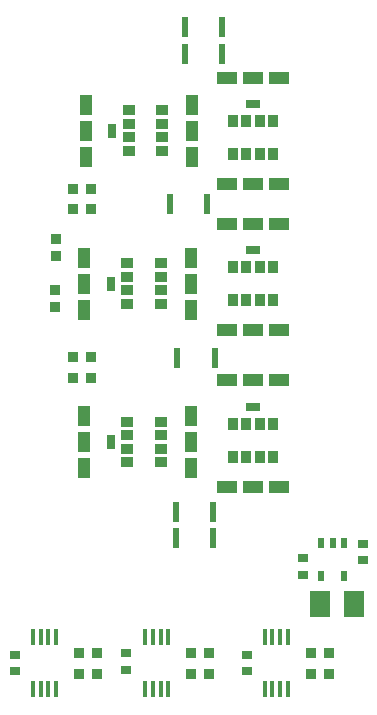
<source format=gbp>
G04*
G04 #@! TF.GenerationSoftware,Altium Limited,Altium Designer,20.0.2 (26)*
G04*
G04 Layer_Color=128*
%FSLAX25Y25*%
%MOIN*%
G70*
G01*
G75*
%ADD11R,0.03740X0.03543*%
%ADD13R,0.03543X0.03740*%
%ADD30R,0.03347X0.04331*%
%ADD31R,0.05118X0.02756*%
%ADD32R,0.06693X0.04331*%
%ADD33R,0.04331X0.03347*%
%ADD34R,0.02756X0.05118*%
%ADD35R,0.04331X0.06693*%
%ADD36R,0.03701X0.02953*%
%ADD37R,0.07087X0.08858*%
%ADD38R,0.02362X0.03543*%
%ADD39R,0.01772X0.05709*%
%ADD40R,0.02441X0.07165*%
D11*
X591287Y243453D02*
D03*
Y237547D02*
D03*
X591000Y220547D02*
D03*
Y226453D02*
D03*
D13*
X602953Y197000D02*
D03*
X597047D02*
D03*
X602953Y204000D02*
D03*
X597047D02*
D03*
X602953Y253500D02*
D03*
X597047D02*
D03*
X602953Y260000D02*
D03*
X597047D02*
D03*
X604843Y98500D02*
D03*
X598937D02*
D03*
X604843Y105500D02*
D03*
X598937D02*
D03*
X682342D02*
D03*
X676437D02*
D03*
X682295Y98500D02*
D03*
X676390D02*
D03*
X642343Y105500D02*
D03*
X636437D02*
D03*
X642343Y98500D02*
D03*
X636437D02*
D03*
D30*
X650209Y282778D02*
D03*
X654736D02*
D03*
X659264D02*
D03*
X663791D02*
D03*
X650209Y271754D02*
D03*
X654736D02*
D03*
X659264D02*
D03*
X663791D02*
D03*
X650209Y181846D02*
D03*
X654736D02*
D03*
X659264D02*
D03*
X663791D02*
D03*
X650209Y170823D02*
D03*
X654736D02*
D03*
X659264D02*
D03*
X663791D02*
D03*
Y223047D02*
D03*
X659264D02*
D03*
X654736D02*
D03*
X650209D02*
D03*
X663791Y234071D02*
D03*
X659264D02*
D03*
X654736D02*
D03*
X650209D02*
D03*
D31*
X657000Y288289D02*
D03*
Y187358D02*
D03*
Y239583D02*
D03*
D32*
X648339Y261715D02*
D03*
X657000D02*
D03*
X665661D02*
D03*
X648339Y297148D02*
D03*
X657000D02*
D03*
X665661D02*
D03*
X648339Y160784D02*
D03*
X657000D02*
D03*
X665661D02*
D03*
X648339Y196216D02*
D03*
X657000D02*
D03*
X665661D02*
D03*
Y248441D02*
D03*
X657000D02*
D03*
X648339D02*
D03*
X665661Y213008D02*
D03*
X657000D02*
D03*
X648339D02*
D03*
D33*
X615154Y168945D02*
D03*
Y173472D02*
D03*
Y178000D02*
D03*
Y182528D02*
D03*
X626177Y168945D02*
D03*
Y173472D02*
D03*
Y178000D02*
D03*
Y182528D02*
D03*
X626677Y286291D02*
D03*
Y281764D02*
D03*
Y277236D02*
D03*
Y272709D02*
D03*
X615654Y286291D02*
D03*
Y281764D02*
D03*
Y277236D02*
D03*
Y272709D02*
D03*
X626177Y235291D02*
D03*
Y230764D02*
D03*
Y226236D02*
D03*
Y221709D02*
D03*
X615154Y235291D02*
D03*
Y230764D02*
D03*
Y226236D02*
D03*
Y221709D02*
D03*
D34*
X609642Y175736D02*
D03*
X610142Y279500D02*
D03*
X609642Y228500D02*
D03*
D35*
X636217Y167075D02*
D03*
Y175736D02*
D03*
Y184398D02*
D03*
X600783Y167075D02*
D03*
Y175736D02*
D03*
Y184398D02*
D03*
X601284Y288161D02*
D03*
Y279500D02*
D03*
Y270839D02*
D03*
X636717Y288161D02*
D03*
Y279500D02*
D03*
Y270839D02*
D03*
X600783Y237161D02*
D03*
Y228500D02*
D03*
Y219839D02*
D03*
X636216Y237161D02*
D03*
Y228500D02*
D03*
Y219839D02*
D03*
D36*
X693500Y136244D02*
D03*
Y141756D02*
D03*
X673500Y131382D02*
D03*
Y136894D02*
D03*
X654890Y99244D02*
D03*
Y104756D02*
D03*
X614500Y99744D02*
D03*
Y105256D02*
D03*
X577500Y99244D02*
D03*
Y104756D02*
D03*
D37*
X679295Y121685D02*
D03*
X690713D02*
D03*
D38*
X679760Y130988D02*
D03*
X687240D02*
D03*
Y142012D02*
D03*
X683500D02*
D03*
X679760D02*
D03*
D39*
X668567Y110760D02*
D03*
X666008D02*
D03*
X663449D02*
D03*
X660890D02*
D03*
Y93240D02*
D03*
X663449D02*
D03*
X666008D02*
D03*
X668567D02*
D03*
X628787Y110760D02*
D03*
X626228D02*
D03*
X623669D02*
D03*
X621110D02*
D03*
Y93240D02*
D03*
X623669D02*
D03*
X626228D02*
D03*
X628787D02*
D03*
X591287Y110760D02*
D03*
X588728D02*
D03*
X586169D02*
D03*
X583610D02*
D03*
Y93240D02*
D03*
X586169D02*
D03*
X588728D02*
D03*
X591287D02*
D03*
D40*
X644299Y203657D02*
D03*
X631701D02*
D03*
X641799Y255075D02*
D03*
X629201D02*
D03*
X646799Y305000D02*
D03*
X634201D02*
D03*
X646799Y314000D02*
D03*
X634201D02*
D03*
X643799Y143783D02*
D03*
X631201D02*
D03*
X643799Y152500D02*
D03*
X631201D02*
D03*
M02*

</source>
